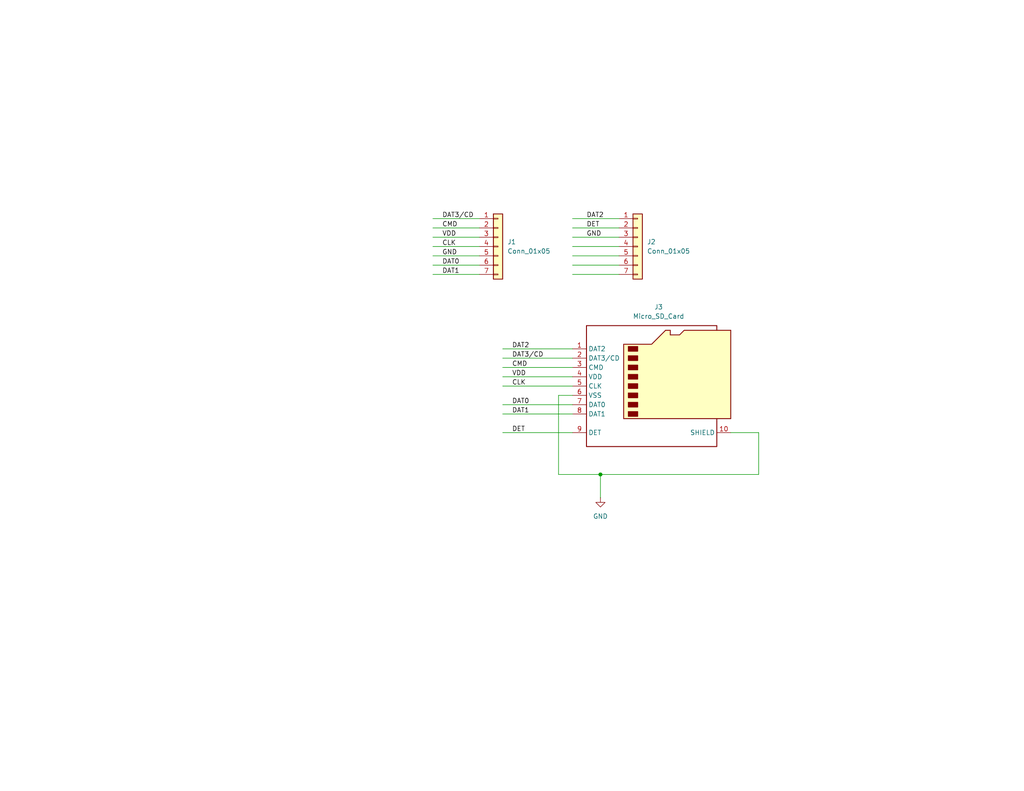
<source format=kicad_sch>
(kicad_sch (version 20231120) (generator "eeschema") (generator_version "8.0")
  (paper "A")
  (title_block (title "A1 Codec Board"))
  (lib_symbols
    (symbol "Connector:Micro_SD_Card_Det1"
      (property "Reference" "J" (at -16.51 17.78 0))
      (property "Value" "Micro_SD_Card_Det1" (at 16.51 17.78 0))
      (symbol "Micro_SD_Card_Det1_0_1"
        (rectangle (start -7.62 -6.985) (end -5.08 -8.255) (stroke (width 0.254)) (fill (type outline)))
        (rectangle (start -7.62 -4.445) (end -5.08 -5.715) (stroke (width 0.254)) (fill (type outline)))
        (rectangle (start -7.62 -1.905) (end -5.08 -3.175) (stroke (width 0.254)) (fill (type outline)))
        (rectangle (start -7.62 0.635) (end -5.08 -0.635) (stroke (width 0.254)) (fill (type outline)))
        (rectangle (start -7.62 3.175) (end -5.08 1.905) (stroke (width 0.254)) (fill (type outline)))
        (rectangle (start -7.62 5.715) (end -5.08 4.445) (stroke (width 0.254)) (fill (type outline)))
        (rectangle (start -7.62 8.255) (end -5.08 6.985) (stroke (width 0.254)) (fill (type outline)))
        (rectangle (start -7.62 10.795) (end -5.08 9.525) (stroke (width 0.254)) (fill (type outline)))
        (polyline (pts (xy 16.51 15.24) (xy 16.51 16.51) (xy -19.05 16.51) (xy -19.05 -16.51) (xy 16.51 -16.51) (xy 16.51 -8.89)) (stroke (width 0.254)))
        (polyline (pts (xy -8.89 -8.89) (xy -8.89 11.43) (xy -1.27 11.43) (xy 2.54 15.24) (xy 3.81 15.24) (xy 3.81 13.97) (xy 6.35 13.97) (xy 7.62 15.24) (xy 20.32 15.24) (xy 20.32 -8.89) (xy -8.89 -8.89)) (stroke (width 0.254)) (fill (type background)))
      )
      (symbol "Micro_SD_Card_Det1_1_1"
        (pin bidirectional line (at -22.86 10.16 0) (length 3.81) (name "DAT2") (number "1"))
        (pin passive line (at 20.32 -12.7 180) (length 3.81) (name "SHIELD") (number "10"))
        (pin bidirectional line (at -22.86 7.62 0) (length 3.81) (name "DAT3/CD") (number "2"))
        (pin input line (at -22.86 5.08 0) (length 3.81) (name "CMD") (number "3"))
        (pin power_in line (at -22.86 2.54 0) (length 3.81) (name "VDD") (number "4"))
        (pin input line (at -22.86 0 0) (length 3.81) (name "CLK") (number "5"))
        (pin power_in line (at -22.86 -2.54 0) (length 3.81) (name "VSS") (number "6"))
        (pin bidirectional line (at -22.86 -5.08 0) (length 3.81) (name "DAT0") (number "7"))
        (pin bidirectional line (at -22.86 -7.62 0) (length 3.81) (name "DAT1") (number "8"))
        (pin passive line (at -22.86 -12.7 0) (length 3.81) (name "DET") (number "9"))
      )
    )
    (symbol "Connector_Generic:Conn_01x07" (pin_names (offset 1.016) hide)
      (property "Reference" "J" (at 0 10.16 0))
      (property "Value" "Conn_01x07" (at 0 -10.16 0))
      (symbol "Conn_01x07_1_1"
        (rectangle (start -1.27 -7.493) (end 0 -7.747) (stroke (width 0.1524)))
        (rectangle (start -1.27 -4.953) (end 0 -5.207) (stroke (width 0.1524)))
        (rectangle (start -1.27 -2.413) (end 0 -2.667) (stroke (width 0.1524)))
        (rectangle (start -1.27 0.127) (end 0 -0.127) (stroke (width 0.1524)))
        (rectangle (start -1.27 2.667) (end 0 2.413) (stroke (width 0.1524)))
        (rectangle (start -1.27 5.207) (end 0 4.953) (stroke (width 0.1524)))
        (rectangle (start -1.27 7.747) (end 0 7.493) (stroke (width 0.1524)))
        (rectangle (start -1.27 8.89) (end 1.27 -8.89) (stroke (width 0.254)) (fill (type background)))
        (pin passive line (at -5.08 7.62 0) (length 3.81) (name "Pin_1") (number "1"))
        (pin passive line (at -5.08 5.08 0) (length 3.81) (name "Pin_2") (number "2"))
        (pin passive line (at -5.08 2.54 0) (length 3.81) (name "Pin_3") (number "3"))
        (pin passive line (at -5.08 0 0) (length 3.81) (name "Pin_4") (number "4"))
        (pin passive line (at -5.08 -2.54 0) (length 3.81) (name "Pin_5") (number "5"))
        (pin passive line (at -5.08 -5.08 0) (length 3.81) (name "Pin_6") (number "6"))
        (pin passive line (at -5.08 -7.62 0) (length 3.81) (name "Pin_7") (number "7"))
      )
    )
    (symbol "power:GND" (power) (pin_numbers hide) (pin_names (offset 0) hide)
      (property "Value" "GND" (at 0 -3.81 0))
      (symbol "GND_0_1"
        (polyline (pts (xy 0 0) (xy 0 -1.27) (xy 1.27 -1.27) (xy 0 -2.54) (xy -1.27 -1.27) (xy 0 -1.27)))
      )
      (symbol "GND_1_1"
        (pin power_in line (at 0 0 270) (length 0) (name "~") (number "1"))
      )
    )
  )
  (junction (at 163.83 129.54))
  (wire (pts (xy 137.16 105.41) (xy 156.21 105.41)))
  (wire (pts (xy 137.16 110.49) (xy 156.21 110.49)))
  (wire (pts (xy 199.39 118.11) (xy 207.01 118.11)))
  (wire (pts (xy 137.16 102.87) (xy 156.21 102.87)))
  (wire (pts (xy 137.16 100.33) (xy 156.21 100.33)))
  (wire (pts (xy 156.21 64.77) (xy 168.91 64.77)))
  (wire (pts (xy 118.11 74.93) (xy 130.81 74.93)))
  (wire (pts (xy 156.21 74.93) (xy 168.91 74.93)))
  (wire (pts (xy 163.83 129.54) (xy 207.01 129.54)))
  (wire (pts (xy 152.4 107.95) (xy 156.21 107.95)))
  (wire (pts (xy 156.21 72.39) (xy 168.91 72.39)))
  (wire (pts (xy 137.16 97.79) (xy 156.21 97.79)))
  (wire (pts (xy 118.11 69.85) (xy 130.81 69.85)))
  (wire (pts (xy 156.21 67.31) (xy 168.91 67.31)))
  (wire (pts (xy 156.21 69.85) (xy 168.91 69.85)))
  (wire (pts (xy 118.11 72.39) (xy 130.81 72.39)))
  (wire (pts (xy 118.11 67.31) (xy 130.81 67.31)))
  (wire (pts (xy 137.16 118.11) (xy 156.21 118.11)))
  (wire (pts (xy 156.21 59.69) (xy 168.91 59.69)))
  (wire (pts (xy 137.16 95.25) (xy 156.21 95.25)))
  (wire (pts (xy 137.16 113.03) (xy 156.21 113.03)))
  (wire (pts (xy 152.4 107.95) (xy 152.4 129.54)))
  (wire (pts (xy 118.11 64.77) (xy 130.81 64.77)))
  (wire (pts (xy 118.11 62.23) (xy 130.81 62.23)))
  (wire (pts (xy 207.01 118.11) (xy 207.01 129.54)))
  (wire (pts (xy 152.4 129.54) (xy 163.83 129.54)))
  (wire (pts (xy 156.21 62.23) (xy 168.91 62.23)))
  (wire (pts (xy 163.83 129.54) (xy 163.83 135.89)))
  (wire (pts (xy 118.11 59.69) (xy 130.81 59.69)))
  (label "VDD" (at 139.7 102.87 0))
  (label "DAT2" (at 139.7 95.25 0))
  (label "DAT3{slash}CD" (at 139.7 97.79 0))
  (label "DET" (at 160.02 62.23 0))
  (label "CLK" (at 120.65 67.31 0))
  (label "CMD" (at 139.7 100.33 0))
  (label "CMD" (at 120.65 62.23 0))
  (label "DAT1" (at 120.65 74.93 0))
  (label "GND" (at 160.02 64.77 0))
  (label "DAT2" (at 160.02 59.69 0))
  (label "DAT1" (at 139.7 113.03 0))
  (label "DAT0" (at 120.65 72.39 0))
  (label "VDD" (at 120.65 64.77 0))
  (label "CLK" (at 139.7 105.41 0))
  (label "DAT3{slash}CD" (at 120.65 59.69 0))
  (label "DAT0" (at 139.7 110.49 0))
  (label "DET" (at 139.7 118.11 0))
  (label "GND" (at 120.65 69.85 0))
  (symbol (lib_id "Connector_Generic:Conn_01x07") (at 135.89 67.31 0) (unit 1)
    (property "Reference" "J1" (at 138.43 66.04 0) (effects (justify left)))
    (property "Value" "Conn_01x05" (at 138.43 68.58 0) (effects (justify left)))
    (property "Footprint" "Connector_PinHeader_2.54mm:PinHeader_1x07_P2.54mm_Vertical" (effects (hide yes)))
  )
  (symbol (lib_id "Connector:Micro_SD_Card_Det1") (at 179.07 105.41 0) (unit 1)
    (property "Reference" "J3" (at 179.705 83.82 0))
    (property "Value" "Micro_SD_Card" (at 179.705 86.36 0))
    (property "Footprint" "anachron:GCT_MEM2052-00-195-00-A_REVA" (effects (hide yes)))
    (property "Datasheet" "https://gct.co/files/drawings/mem2052.pdf" (effects (hide yes)))
  )
  (symbol (lib_id "Connector_Generic:Conn_01x07") (at 173.99 67.31 0) (unit 1)
    (property "Reference" "J2" (at 176.53 66.04 0) (effects (justify left)))
    (property "Value" "Conn_01x05" (at 176.53 68.58 0) (effects (justify left)))
    (property "Footprint" "Connector_PinHeader_2.54mm:PinHeader_1x07_P2.54mm_Vertical" (effects (hide yes)))
  )
  (symbol (lib_id "power:GND") (at 163.83 135.89 0) (unit 1)
    (property "Reference" "#PWR01" (effects (hide yes)))
    (property "Value" "GND" (at 163.83 140.97 0))
    (property "Description" "Power symbol creates a global label with name \"GND\" , ground" (effects (hide yes)))
  )
)
</source>
